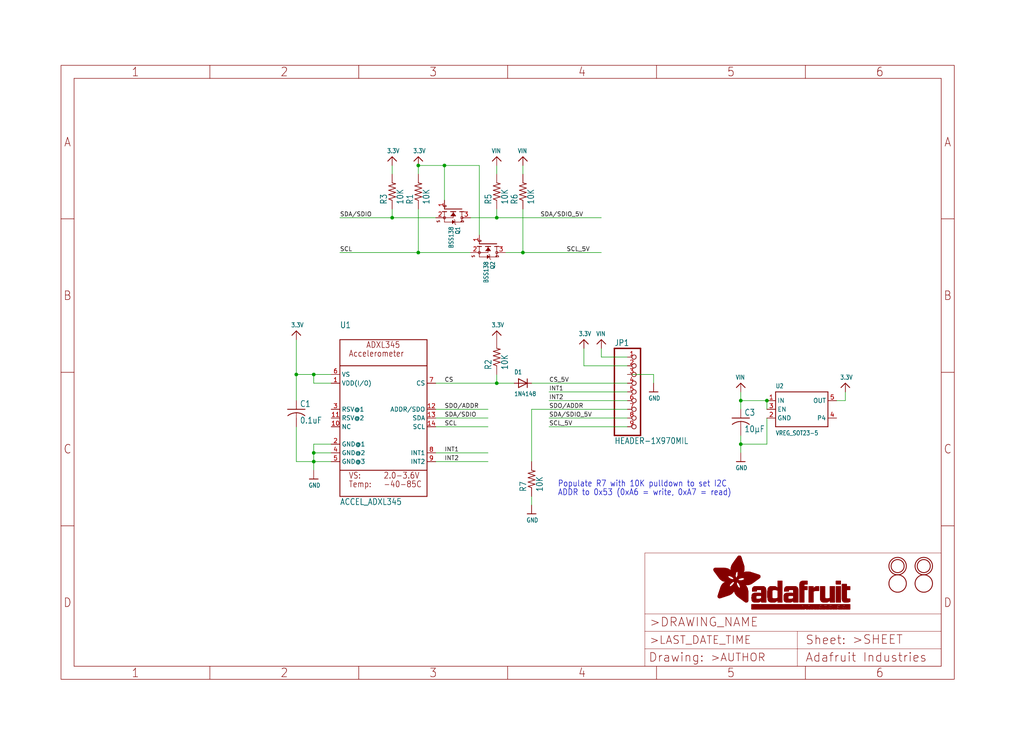
<source format=kicad_sch>
(kicad_sch (version 20211123) (generator eeschema)
  (paper "User" 298.45 217.881)
  (lib_symbols
    (symbol "eagleSchem-eagle-import:3.3V" (power)
      (property "Value" "3.3V" (at -1.524 1.016 0))
      (symbol "3.3V_1_0"
        (pin power_in line (at 0 -2.54 90) (length 2.54) (name "3.3V") (number "1"))
      )
    )
    (symbol "eagleSchem-eagle-import:ACCEL_ADXL345"
      (property "Reference" "U" (at -12.7 26.162 0))
      (property "Value" "ACCEL_ADXL345" (at -12.7 -25.4 0))
      (symbol "ACCEL_ADXL345_1_0"
        (text "-40-85C" (at 0 -20.32 0) (effects (font (size 1.778 1.5113)) (justify left bottom)))
        (text "2.0-3.6V" (at 0 -17.78 0) (effects (font (size 1.778 1.5113)) (justify left bottom)))
        (text "Accelerometer" (at -10.16 17.78 0) (effects (font (size 1.778 1.5113)) (justify left bottom)))
        (text "ADXL345" (at -5.08 20.32 0) (effects (font (size 1.778 1.5113)) (justify left bottom)))
        (text "Temp:" (at -10.16 -20.32 0) (effects (font (size 1.778 1.5113)) (justify left bottom)))
        (text "VS:" (at -10.16 -17.78 0) (effects (font (size 1.778 1.5113)) (justify left bottom)))
        (pin bidirectional line (at -15.24 10.16 0) (length 2.54) (name "VDD(I/O)") (number "1"))
        (pin bidirectional line (at -15.24 -2.54 0) (length 2.54) (name "NC") (number "10"))
        (pin bidirectional line (at -15.24 0 0) (length 2.54) (name "RSV@2") (number "11"))
        (pin bidirectional line (at 15.24 2.54 180) (length 2.54) (name "ADDR/SDO") (number "12"))
        (pin bidirectional line (at 15.24 0 180) (length 2.54) (name "SDA") (number "13"))
        (pin bidirectional line (at 15.24 -2.54 180) (length 2.54) (name "SCL") (number "14"))
        (pin bidirectional line (at -15.24 -7.62 0) (length 2.54) (name "GND@1") (number "2"))
        (pin bidirectional line (at -15.24 2.54 0) (length 2.54) (name "RSV@1") (number "3"))
        (pin bidirectional line (at -15.24 -10.16 0) (length 2.54) (name "GND@2") (number "4"))
        (pin bidirectional line (at -15.24 -12.7 0) (length 2.54) (name "GND@3") (number "5"))
        (pin bidirectional line (at -15.24 12.7 0) (length 2.54) (name "VS") (number "6"))
        (pin bidirectional line (at 15.24 10.16 180) (length 2.54) (name "CS") (number "7"))
        (pin bidirectional line (at 15.24 -10.16 180) (length 2.54) (name "INT1") (number "8"))
        (pin bidirectional line (at 15.24 -12.7 180) (length 2.54) (name "INT2") (number "9"))
      )
    )
    (symbol "eagleSchem-eagle-import:C-USC0805"
      (property "Reference" "C" (at 1.016 0.635 0))
      (property "Value" "C-USC0805" (at 1.016 -4.191 0))
      (symbol "C-USC0805_1_0"
        (pin passive line (at 0 2.54 270) (length 2.54) (name "1") (number "1"))
        (pin passive line (at 0 -5.08 90) (length 2.54) (name "2") (number "2"))
      )
    )
    (symbol "eagleSchem-eagle-import:DIODESOD-323"
      (property "Reference" "D" (at -2.54 2.54 0))
      (property "Value" "DIODESOD-323" (at -2.54 -3.81 0))
      (symbol "DIODESOD-323_1_0"
        (pin passive line (at -2.54 0 0) (length 2.54) (name "A") (number "A"))
        (pin passive line (at 2.54 0 180) (length 2.54) (name "C") (number "C"))
      )
    )
    (symbol "eagleSchem-eagle-import:FIDUCIAL")
    (symbol "eagleSchem-eagle-import:FRAME_A4_ADAFRUIT"
      (symbol "FRAME_A4_ADAFRUIT_1_0"
        (text "1" (at 21.6958 1.905 0) (effects (font (size 2.54 2.286))))
        (text "1" (at 21.6958 177.165 0) (effects (font (size 2.54 2.286))))
        (text "2" (at 65.0875 1.905 0) (effects (font (size 2.54 2.286))))
        (text "2" (at 65.0875 177.165 0) (effects (font (size 2.54 2.286))))
        (text "3" (at 108.4792 1.905 0) (effects (font (size 2.54 2.286))))
        (text "3" (at 108.4792 177.165 0) (effects (font (size 2.54 2.286))))
        (text "4" (at 151.8708 1.905 0) (effects (font (size 2.54 2.286))))
        (text "4" (at 151.8708 177.165 0) (effects (font (size 2.54 2.286))))
        (text "5" (at 195.2625 1.905 0) (effects (font (size 2.54 2.286))))
        (text "5" (at 195.2625 177.165 0) (effects (font (size 2.54 2.286))))
        (text "6" (at 238.6542 1.905 0) (effects (font (size 2.54 2.286))))
        (text "6" (at 238.6542 177.165 0) (effects (font (size 2.54 2.286))))
        (text ">AUTHOR" (at 189.23 5.08 0) (effects (font (size 2.286 2.286)) (justify left bottom)))
        (text ">DRAWING_NAME" (at 171.45 15.24 0) (effects (font (size 2.54 2.54)) (justify left bottom)))
        (text ">LAST_DATE_TIME" (at 171.45 10.16 0) (effects (font (size 2.286 2.286)) (justify left bottom)))
        (text ">SHEET" (at 230.505 10.16 0) (effects (font (size 2.54 2.54)) (justify left bottom)))
        (text "A" (at 1.905 156.6863 0) (effects (font (size 2.54 2.286))))
        (text "A" (at 258.445 156.6863 0) (effects (font (size 2.54 2.286))))
        (text "Adafruit Industries" (at 216.916 4.953 0) (effects (font (size 2.54 2.54)) (justify left bottom)))
        (text "B" (at 1.905 111.9188 0) (effects (font (size 2.54 2.286))))
        (text "B" (at 258.445 111.9188 0) (effects (font (size 2.54 2.286))))
        (text "C" (at 1.905 67.1513 0) (effects (font (size 2.54 2.286))))
        (text "C" (at 258.445 67.1513 0) (effects (font (size 2.54 2.286))))
        (text "D" (at 1.905 22.3838 0) (effects (font (size 2.54 2.286))))
        (text "D" (at 258.445 22.3838 0) (effects (font (size 2.54 2.286))))
        (text "Drawing:" (at 171.196 4.953 0) (effects (font (size 2.54 2.54)) (justify left bottom)))
        (text "Sheet:" (at 216.916 10.033 0) (effects (font (size 2.54 2.54)) (justify left bottom)))
      )
    )
    (symbol "eagleSchem-eagle-import:GND" (power)
      (property "Value" "GND" (at -1.524 -2.54 0))
      (symbol "GND_1_0"
        (pin power_in line (at 0 2.54 270) (length 2.54) (name "GND") (number "1"))
      )
    )
    (symbol "eagleSchem-eagle-import:HEADER-1X970MIL"
      (property "Reference" "JP" (at -6.35 13.335 0))
      (property "Value" "HEADER-1X970MIL" (at -6.35 -15.24 0))
      (symbol "HEADER-1X970MIL_1_0"
        (pin passive inverted (at -2.54 10.16 0) (length 2.54) (name "1") (number "1"))
        (pin passive inverted (at -2.54 7.62 0) (length 2.54) (name "2") (number "2"))
        (pin passive inverted (at -2.54 5.08 0) (length 2.54) (name "3") (number "3"))
        (pin passive inverted (at -2.54 2.54 0) (length 2.54) (name "4") (number "4"))
        (pin passive inverted (at -2.54 0 0) (length 2.54) (name "5") (number "5"))
        (pin passive inverted (at -2.54 -2.54 0) (length 2.54) (name "6") (number "6"))
        (pin passive inverted (at -2.54 -5.08 0) (length 2.54) (name "7") (number "7"))
        (pin passive inverted (at -2.54 -7.62 0) (length 2.54) (name "8") (number "8"))
        (pin passive inverted (at -2.54 -10.16 0) (length 2.54) (name "9") (number "9"))
      )
    )
    (symbol "eagleSchem-eagle-import:MOSFET-NWIDE"
      (property "Reference" "Q" (at 5.08 0.635 0))
      (property "Value" "MOSFET-NWIDE" (at 5.08 -1.27 0))
      (symbol "MOSFET-NWIDE_1_0"
        (text "D" (at 3.175 3.175 0) (effects (font (size 0.8128 0.6908)) (justify left bottom)))
        (text "G" (at -1.27 -1.905 0) (effects (font (size 0.8128 0.6908)) (justify left bottom)))
        (text "S" (at 3.175 -3.81 0) (effects (font (size 0.8128 0.6908)) (justify left bottom)))
        (pin bidirectional line (at -2.54 -2.54 0) (length 2.54) (name "G") (number "1"))
        (pin bidirectional line (at 2.54 -5.08 90) (length 2.54) (name "S") (number "2"))
        (pin bidirectional line (at 2.54 5.08 270) (length 2.54) (name "D") (number "3"))
      )
    )
    (symbol "eagleSchem-eagle-import:MOUNTINGHOLE2.5")
    (symbol "eagleSchem-eagle-import:R-US_R0805"
      (property "Reference" "R" (at -3.81 1.4986 0))
      (property "Value" "R-US_R0805" (at -3.81 -3.302 0))
      (symbol "R-US_R0805_1_0"
        (pin passive line (at -5.08 0 0) (length 2.54) (name "1") (number "1"))
        (pin passive line (at 5.08 0 180) (length 2.54) (name "2") (number "2"))
      )
    )
    (symbol "eagleSchem-eagle-import:VIN" (power)
      (property "Value" "VIN" (at -1.524 1.016 0))
      (symbol "VIN_1_0"
        (pin power_in line (at 0 -2.54 90) (length 2.54) (name "VIN") (number "1"))
      )
    )
    (symbol "eagleSchem-eagle-import:VREG_SOT23-5"
      (property "Reference" "U" (at -7.62 6.096 0))
      (property "Value" "VREG_SOT23-5" (at -7.62 -7.62 0))
      (symbol "VREG_SOT23-5_1_0"
        (pin bidirectional line (at -10.16 2.54 0) (length 2.54) (name "IN") (number "1"))
        (pin bidirectional line (at -10.16 -2.54 0) (length 2.54) (name "GND") (number "2"))
        (pin bidirectional line (at -10.16 0 0) (length 2.54) (name "EN") (number "3"))
        (pin bidirectional line (at 10.16 -2.54 180) (length 2.54) (name "P4") (number "4"))
        (pin bidirectional line (at 10.16 2.54 180) (length 2.54) (name "OUT") (number "5"))
      )
    )
  )
  (junction (at 91.44 134.62))
  (junction (at 91.44 109.22))
  (junction (at 114.3 63.5))
  (junction (at 129.54 48.26))
  (junction (at 215.9 129.54))
  (junction (at 91.44 132.08))
  (junction (at 215.9 116.84))
  (junction (at 86.36 109.22))
  (junction (at 144.78 63.5))
  (junction (at 152.4 73.66))
  (junction (at 121.92 73.66))
  (junction (at 223.52 116.84))
  (junction (at 121.92 48.26))
  (junction (at 144.78 111.76))
  (wire (pts (xy 114.3 63.5) (xy 99.06 63.5)))
  (wire (pts (xy 182.88 106.68) (xy 170.18 106.68)))
  (wire (pts (xy 91.44 111.76) (xy 91.44 109.22)))
  (wire (pts (xy 215.9 116.84) (xy 215.9 119.38)))
  (wire (pts (xy 96.52 129.54) (xy 91.44 129.54)))
  (wire (pts (xy 86.36 116.84) (xy 86.36 109.22)))
  (wire (pts (xy 139.7 48.26) (xy 129.54 48.26)))
  (wire (pts (xy 127 124.46) (xy 142.24 124.46)))
  (wire (pts (xy 190.5 109.22) (xy 190.5 111.76)))
  (wire (pts (xy 86.36 134.62) (xy 86.36 124.46)))
  (wire (pts (xy 144.78 111.76) (xy 144.78 109.22)))
  (wire (pts (xy 91.44 134.62) (xy 86.36 134.62)))
  (wire (pts (xy 127 134.62) (xy 142.24 134.62)))
  (wire (pts (xy 96.52 134.62) (xy 91.44 134.62)))
  (wire (pts (xy 129.54 48.26) (xy 121.92 48.26)))
  (wire (pts (xy 154.94 111.76) (xy 182.88 111.76)))
  (wire (pts (xy 121.92 60.96) (xy 121.92 73.66)))
  (wire (pts (xy 91.44 109.22) (xy 96.52 109.22)))
  (wire (pts (xy 152.4 73.66) (xy 175.26 73.66)))
  (wire (pts (xy 127 132.08) (xy 142.24 132.08)))
  (wire (pts (xy 91.44 134.62) (xy 91.44 137.16)))
  (wire (pts (xy 182.88 121.92) (xy 160.02 121.92)))
  (wire (pts (xy 144.78 48.26) (xy 144.78 50.8)))
  (wire (pts (xy 96.52 132.08) (xy 91.44 132.08)))
  (wire (pts (xy 170.18 106.68) (xy 170.18 101.6)))
  (wire (pts (xy 144.78 63.5) (xy 175.26 63.5)))
  (wire (pts (xy 223.52 129.54) (xy 215.9 129.54)))
  (wire (pts (xy 182.88 109.22) (xy 190.5 109.22)))
  (wire (pts (xy 127 63.5) (xy 114.3 63.5)))
  (wire (pts (xy 223.52 119.38) (xy 223.52 116.84)))
  (wire (pts (xy 121.92 50.8) (xy 121.92 48.26)))
  (wire (pts (xy 91.44 132.08) (xy 91.44 134.62)))
  (wire (pts (xy 215.9 127) (xy 215.9 129.54)))
  (wire (pts (xy 182.88 116.84) (xy 160.02 116.84)))
  (wire (pts (xy 137.16 73.66) (xy 121.92 73.66)))
  (wire (pts (xy 144.78 60.96) (xy 144.78 63.5)))
  (wire (pts (xy 91.44 129.54) (xy 91.44 132.08)))
  (wire (pts (xy 152.4 48.26) (xy 152.4 50.8)))
  (wire (pts (xy 175.26 104.14) (xy 175.26 101.6)))
  (wire (pts (xy 144.78 111.76) (xy 149.86 111.76)))
  (wire (pts (xy 182.88 104.14) (xy 175.26 104.14)))
  (wire (pts (xy 243.84 116.84) (xy 246.38 116.84)))
  (wire (pts (xy 182.88 124.46) (xy 160.02 124.46)))
  (wire (pts (xy 154.94 119.38) (xy 182.88 119.38)))
  (wire (pts (xy 96.52 111.76) (xy 91.44 111.76)))
  (wire (pts (xy 139.7 68.58) (xy 139.7 48.26)))
  (wire (pts (xy 114.3 60.96) (xy 114.3 63.5)))
  (wire (pts (xy 152.4 60.96) (xy 152.4 73.66)))
  (wire (pts (xy 223.52 116.84) (xy 215.9 116.84)))
  (wire (pts (xy 114.3 50.8) (xy 114.3 48.26)))
  (wire (pts (xy 137.16 63.5) (xy 144.78 63.5)))
  (wire (pts (xy 215.9 129.54) (xy 215.9 132.08)))
  (wire (pts (xy 129.54 58.42) (xy 129.54 48.26)))
  (wire (pts (xy 246.38 116.84) (xy 246.38 114.3)))
  (wire (pts (xy 127 111.76) (xy 144.78 111.76)))
  (wire (pts (xy 86.36 109.22) (xy 91.44 109.22)))
  (wire (pts (xy 154.94 144.78) (xy 154.94 147.32)))
  (wire (pts (xy 127 119.38) (xy 142.24 119.38)))
  (wire (pts (xy 127 121.92) (xy 142.24 121.92)))
  (wire (pts (xy 154.94 119.38) (xy 154.94 134.62)))
  (wire (pts (xy 121.92 73.66) (xy 99.06 73.66)))
  (wire (pts (xy 223.52 121.92) (xy 223.52 129.54)))
  (wire (pts (xy 147.32 73.66) (xy 152.4 73.66)))
  (wire (pts (xy 182.88 114.3) (xy 160.02 114.3)))
  (wire (pts (xy 215.9 116.84) (xy 215.9 114.3)))
  (wire (pts (xy 86.36 109.22) (xy 86.36 99.06)))
  (text "Populate R7 with 10K pulldown to set I2C" (at 162.56 142.24 180) (effects (font (size 1.778 1.5113)) (justify left bottom)))
  (text "ADDR to 0x53 (0xA6 = write, 0xA7 = read)" (at 162.56 144.78 180) (effects (font (size 1.778 1.5113)) (justify left bottom)))
  (label "INT1" (at 129.54 132.08 0) (effects (font (size 1.2446 1.2446))))
  (label "SDO/ADDR" (at 129.54 119.38 0) (effects (font (size 1.2446 1.2446))))
  (label "SDO/ADDR" (at 160.02 119.38 0) (effects (font (size 1.2446 1.2446))))
  (label "INT2" (at 129.54 134.62 0) (effects (font (size 1.2446 1.2446))))
  (label "SDA/SDIO" (at 129.54 121.92 0) (effects (font (size 1.2446 1.2446))))
  (label "SDA/SDIO" (at 99.06 63.5 0) (effects (font (size 1.2446 1.2446))))
  (label "SCL" (at 129.54 124.46 0) (effects (font (size 1.2446 1.2446))))
  (label "SCL" (at 99.06 73.66 0) (effects (font (size 1.2446 1.2446))))
  (label "SDA/SDIO_5V" (at 160.02 121.92 0) (effects (font (size 1.2446 1.2446))))
  (label "SDA/SDIO_5V" (at 157.48 63.5 0) (effects (font (size 1.2446 1.2446))))
  (label "SCL_5V" (at 165.1 73.66 0) (effects (font (size 1.2446 1.2446))))
  (label "CS" (at 129.54 111.76 0) (effects (font (size 1.2446 1.2446))))
  (label "INT2" (at 160.02 116.84 0) (effects (font (size 1.2446 1.2446))))
  (label "INT1" (at 160.02 114.3 0) (effects (font (size 1.2446 1.2446))))
  (label "SCL_5V" (at 160.02 124.46 0) (effects (font (size 1.2446 1.2446))))
  (label "CS_5V" (at 160.02 111.76 0) (effects (font (size 1.2446 1.2446))))
  (symbol (lib_id "eagleSchem-eagle-import:FIDUCIAL") (at 269.24 170.18 0) (unit 1)
    (property "Reference" "U$1" (effects hide))
    (property "Value" "FIDUCIAL" (effects hide))
    (property "Footprint" "eagleSchem:FIDUCIAL_1MM" (effects hide))
  )
  (symbol (lib_id "eagleSchem-eagle-import:R-US_R0805") (at 144.78 55.88 90) (unit 1)
    (property "Reference" "R5" (at 143.2814 59.69 0) (effects (font (size 1.778 1.5113)) (justify left bottom)))
    (property "Value" "10K" (at 148.082 59.69 0) (effects (font (size 1.778 1.5113)) (justify left bottom)))
    (property "Footprint" "eagleSchem:R0805" (effects hide))
  )
  (symbol (lib_id "eagleSchem-eagle-import:C-USC0805") (at 86.36 119.38 0) (unit 1)
    (property "Reference" "C1" (at 87.376 118.745 0) (effects (font (size 1.778 1.5113)) (justify left bottom)))
    (property "Value" "0.1uF" (at 87.376 123.571 0) (effects (font (size 1.778 1.5113)) (justify left bottom)))
    (property "Footprint" "eagleSchem:C0805" (effects hide))
  )
  (symbol (lib_id "eagleSchem-eagle-import:VIN") (at 144.78 45.72 0) (unit 1)
    (property "Reference" "#U$16" (effects hide))
    (property "Value" "VIN" (at 143.256 44.704 0) (effects (font (size 1.27 1.0795)) (justify left bottom)))
    (property "Footprint" "eagleSchem:" (effects hide))
  )
  (symbol (lib_id "eagleSchem-eagle-import:R-US_R0805") (at 152.4 55.88 90) (unit 1)
    (property "Reference" "R6" (at 150.9014 59.69 0) (effects (font (size 1.778 1.5113)) (justify left bottom)))
    (property "Value" "10K" (at 155.702 59.69 0) (effects (font (size 1.778 1.5113)) (justify left bottom)))
    (property "Footprint" "eagleSchem:R0805" (effects hide))
  )
  (symbol (lib_id "eagleSchem-eagle-import:3.3V") (at 86.36 96.52 0) (unit 1)
    (property "Reference" "#U$9" (effects hide))
    (property "Value" "3.3V" (at 84.836 95.504 0) (effects (font (size 1.27 1.0795)) (justify left bottom)))
    (property "Footprint" "eagleSchem:" (effects hide))
  )
  (symbol (lib_id "eagleSchem-eagle-import:GND") (at 190.5 114.3 0) (unit 1)
    (property "Reference" "#U$20" (effects hide))
    (property "Value" "GND" (at 188.976 116.84 0) (effects (font (size 1.27 1.0795)) (justify left bottom)))
    (property "Footprint" "eagleSchem:" (effects hide))
  )
  (symbol (lib_id "eagleSchem-eagle-import:GND") (at 215.9 134.62 0) (unit 1)
    (property "Reference" "#U$15" (effects hide))
    (property "Value" "GND" (at 214.376 137.16 0) (effects (font (size 1.27 1.0795)) (justify left bottom)))
    (property "Footprint" "eagleSchem:" (effects hide))
  )
  (symbol (lib_id "eagleSchem-eagle-import:3.3V") (at 170.18 99.06 0) (unit 1)
    (property "Reference" "#U$19" (effects hide))
    (property "Value" "3.3V" (at 168.656 98.044 0) (effects (font (size 1.27 1.0795)) (justify left bottom)))
    (property "Footprint" "eagleSchem:" (effects hide))
  )
  (symbol (lib_id "eagleSchem-eagle-import:GND") (at 91.44 139.7 0) (unit 1)
    (property "Reference" "#U$2" (effects hide))
    (property "Value" "GND" (at 89.916 142.24 0) (effects (font (size 1.27 1.0795)) (justify left bottom)))
    (property "Footprint" "eagleSchem:" (effects hide))
  )
  (symbol (lib_id "eagleSchem-eagle-import:R-US_R0805") (at 144.78 104.14 90) (unit 1)
    (property "Reference" "R2" (at 143.2814 107.95 0) (effects (font (size 1.778 1.5113)) (justify left bottom)))
    (property "Value" "10K" (at 148.082 107.95 0) (effects (font (size 1.778 1.5113)) (justify left bottom)))
    (property "Footprint" "eagleSchem:R0805" (effects hide))
  )
  (symbol (lib_id "eagleSchem-eagle-import:MOSFET-NWIDE") (at 142.24 71.12 270) (unit 1)
    (property "Reference" "Q2" (at 142.875 76.2 0) (effects (font (size 1.27 1.0795)) (justify left bottom)))
    (property "Value" "BSS138" (at 140.97 76.2 0) (effects (font (size 1.27 1.0795)) (justify left bottom)))
    (property "Footprint" "eagleSchem:SOT23-WIDE" (effects hide))
  )
  (symbol (lib_id "eagleSchem-eagle-import:MOUNTINGHOLE2.5") (at 261.62 165.1 0) (unit 1)
    (property "Reference" "U$6" (effects hide))
    (property "Value" "MOUNTINGHOLE2.5" (effects hide))
    (property "Footprint" "eagleSchem:MOUNTINGHOLE_2.5_PLATED" (effects hide))
  )
  (symbol (lib_id "eagleSchem-eagle-import:VIN") (at 175.26 99.06 0) (unit 1)
    (property "Reference" "#U$18" (effects hide))
    (property "Value" "VIN" (at 173.736 98.044 0) (effects (font (size 1.27 1.0795)) (justify left bottom)))
    (property "Footprint" "eagleSchem:" (effects hide))
  )
  (symbol (lib_id "eagleSchem-eagle-import:GND") (at 154.94 149.86 0) (unit 1)
    (property "Reference" "#U$5" (effects hide))
    (property "Value" "GND" (at 153.416 152.4 0) (effects (font (size 1.27 1.0795)) (justify left bottom)))
    (property "Footprint" "eagleSchem:" (effects hide))
  )
  (symbol (lib_id "eagleSchem-eagle-import:ACCEL_ADXL345") (at 111.76 121.92 0) (unit 1)
    (property "Reference" "U1" (at 99.06 95.758 0) (effects (font (size 1.778 1.5113)) (justify left bottom)))
    (property "Value" "ACCEL_ADXL345" (at 99.06 147.32 0) (effects (font (size 1.778 1.5113)) (justify left bottom)))
    (property "Footprint" "eagleSchem:LGA14" (effects hide))
  )
  (symbol (lib_id "eagleSchem-eagle-import:3.3V") (at 114.3 45.72 0) (unit 1)
    (property "Reference" "#U$10" (effects hide))
    (property "Value" "3.3V" (at 112.776 44.704 0) (effects (font (size 1.27 1.0795)) (justify left bottom)))
    (property "Footprint" "eagleSchem:" (effects hide))
  )
  (symbol (lib_id "eagleSchem-eagle-import:VIN") (at 152.4 45.72 0) (unit 1)
    (property "Reference" "#U$17" (effects hide))
    (property "Value" "VIN" (at 150.876 44.704 0) (effects (font (size 1.27 1.0795)) (justify left bottom)))
    (property "Footprint" "eagleSchem:" (effects hide))
  )
  (symbol (lib_id "eagleSchem-eagle-import:HEADER-1X970MIL") (at 185.42 114.3 0) (unit 1)
    (property "Reference" "JP1" (at 179.07 100.965 0) (effects (font (size 1.778 1.5113)) (justify left bottom)))
    (property "Value" "HEADER-1X970MIL" (at 179.07 129.54 0) (effects (font (size 1.778 1.5113)) (justify left bottom)))
    (property "Footprint" "eagleSchem:1X09_ROUND_70" (effects hide))
  )
  (symbol (lib_id "eagleSchem-eagle-import:MOSFET-NWIDE") (at 132.08 60.96 270) (unit 1)
    (property "Reference" "Q1" (at 132.715 66.04 0) (effects (font (size 1.27 1.0795)) (justify left bottom)))
    (property "Value" "BSS138" (at 130.81 66.04 0) (effects (font (size 1.27 1.0795)) (justify left bottom)))
    (property "Footprint" "eagleSchem:SOT23-WIDE" (effects hide))
  )
  (symbol (lib_id "eagleSchem-eagle-import:R-US_R0805") (at 114.3 55.88 90) (unit 1)
    (property "Reference" "R3" (at 112.8014 59.69 0) (effects (font (size 1.778 1.5113)) (justify left bottom)))
    (property "Value" "10K" (at 117.602 59.69 0) (effects (font (size 1.778 1.5113)) (justify left bottom)))
    (property "Footprint" "eagleSchem:R0805" (effects hide))
  )
  (symbol (lib_id "eagleSchem-eagle-import:3.3V") (at 246.38 111.76 0) (unit 1)
    (property "Reference" "#U$13" (effects hide))
    (property "Value" "3.3V" (at 244.856 110.744 0) (effects (font (size 1.27 1.0795)) (justify left bottom)))
    (property "Footprint" "eagleSchem:" (effects hide))
  )
  (symbol (lib_id "eagleSchem-eagle-import:VREG_SOT23-5") (at 233.68 119.38 0) (unit 1)
    (property "Reference" "U2" (at 226.06 113.284 0) (effects (font (size 1.27 1.0795)) (justify left bottom)))
    (property "Value" "VREG_SOT23-5" (at 226.06 127 0) (effects (font (size 1.27 1.0795)) (justify left bottom)))
    (property "Footprint" "eagleSchem:SOT23-5" (effects hide))
  )
  (symbol (lib_id "eagleSchem-eagle-import:VIN") (at 215.9 111.76 0) (unit 1)
    (property "Reference" "#U$14" (effects hide))
    (property "Value" "VIN" (at 214.376 110.744 0) (effects (font (size 1.27 1.0795)) (justify left bottom)))
    (property "Footprint" "eagleSchem:" (effects hide))
  )
  (symbol (lib_id "eagleSchem-eagle-import:R-US_R0805") (at 121.92 55.88 90) (unit 1)
    (property "Reference" "R1" (at 120.4214 59.69 0) (effects (font (size 1.778 1.5113)) (justify left bottom)))
    (property "Value" "10K" (at 125.222 59.69 0) (effects (font (size 1.778 1.5113)) (justify left bottom)))
    (property "Footprint" "eagleSchem:R0805" (effects hide))
  )
  (symbol (lib_id "eagleSchem-eagle-import:FRAME_A4_ADAFRUIT") (at 17.78 198.12 0) (unit 1)
    (property "Reference" "#FRAME1" (effects hide))
    (property "Value" "FRAME_A4_ADAFRUIT" (effects hide))
    (property "Footprint" "eagleSchem:" (effects hide))
  )
  (symbol (lib_id "eagleSchem-eagle-import:FIDUCIAL") (at 261.62 170.18 0) (unit 1)
    (property "Reference" "U$3" (effects hide))
    (property "Value" "FIDUCIAL" (effects hide))
    (property "Footprint" "eagleSchem:FIDUCIAL_1MM" (effects hide))
  )
  (symbol (lib_id "eagleSchem-eagle-import:MOUNTINGHOLE2.5") (at 269.24 165.1 0) (unit 1)
    (property "Reference" "U$4" (effects hide))
    (property "Value" "MOUNTINGHOLE2.5" (effects hide))
    (property "Footprint" "eagleSchem:MOUNTINGHOLE_2.5_PLATED" (effects hide))
  )
  (symbol (lib_id "eagleSchem-eagle-import:DIODESOD-323") (at 152.4 111.76 0) (unit 1)
    (property "Reference" "D1" (at 149.86 109.22 0) (effects (font (size 1.27 1.0795)) (justify left bottom)))
    (property "Value" "1N4148" (at 149.86 115.57 0) (effects (font (size 1.27 1.0795)) (justify left bottom)))
    (property "Footprint" "eagleSchem:SOD-323" (effects hide))
  )
  (symbol (lib_id "eagleSchem-eagle-import:C-USC0805") (at 215.9 121.92 0) (unit 1)
    (property "Reference" "C3" (at 216.916 121.285 0) (effects (font (size 1.778 1.5113)) (justify left bottom)))
    (property "Value" "10µF" (at 216.916 126.111 0) (effects (font (size 1.778 1.5113)) (justify left bottom)))
    (property "Footprint" "eagleSchem:C0805" (effects hide))
  )
  (symbol (lib_id "eagleSchem-eagle-import:R-US_R0805") (at 154.94 139.7 90) (unit 1)
    (property "Reference" "R7" (at 153.4414 143.51 0) (effects (font (size 1.778 1.5113)) (justify left bottom)))
    (property "Value" "10K" (at 158.242 143.51 0) (effects (font (size 1.778 1.5113)) (justify left bottom)))
    (property "Footprint" "eagleSchem:R0805" (effects hide))
  )
  (symbol (lib_id "eagleSchem-eagle-import:3.3V") (at 144.78 96.52 0) (unit 1)
    (property "Reference" "#U$12" (effects hide))
    (property "Value" "3.3V" (at 143.256 95.504 0) (effects (font (size 1.27 1.0795)) (justify left bottom)))
    (property "Footprint" "eagleSchem:" (effects hide))
  )
  (symbol (lib_id "eagleSchem-eagle-import:3.3V") (at 121.92 45.72 0) (unit 1)
    (property "Reference" "#U$11" (effects hide))
    (property "Value" "3.3V" (at 120.396 44.704 0) (effects (font (size 1.27 1.0795)) (justify left bottom)))
    (property "Footprint" "eagleSchem:" (effects hide))
  )
)
</source>
